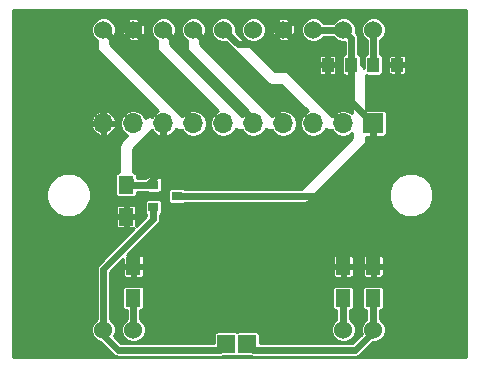
<source format=gbr>
G04 #@! TF.FileFunction,Copper,L1,Top,Signal*
%FSLAX46Y46*%
G04 Gerber Fmt 4.6, Leading zero omitted, Abs format (unit mm)*
G04 Created by KiCad (PCBNEW 4.0.7) date 01/27/18 18:52:57*
%MOMM*%
%LPD*%
G01*
G04 APERTURE LIST*
%ADD10C,0.076200*%
%ADD11C,1.524000*%
%ADD12R,1.000000X1.250000*%
%ADD13R,1.524000X1.524000*%
%ADD14R,1.300000X1.500000*%
%ADD15R,1.700000X1.700000*%
%ADD16O,1.700000X1.700000*%
%ADD17R,0.900000X0.800000*%
%ADD18C,0.609600*%
%ADD19C,0.304800*%
%ADD20C,0.254000*%
G04 APERTURE END LIST*
D10*
D11*
X139970000Y-116400000D03*
X162830000Y-91000000D03*
X160290000Y-91000000D03*
X157750000Y-91000000D03*
X155210000Y-91000000D03*
X152670000Y-91000000D03*
X150130000Y-91000000D03*
X147590000Y-91000000D03*
X145050000Y-91000000D03*
X142510000Y-91000000D03*
X139970000Y-91000000D03*
X142510000Y-116400000D03*
X160290000Y-116400000D03*
X162830000Y-116400000D03*
D12*
X160969200Y-93992700D03*
X158969200Y-93992700D03*
X162830000Y-93980000D03*
X164830000Y-93980000D03*
D13*
X150368000Y-117602000D03*
X152146000Y-117602000D03*
D14*
X141884400Y-106823500D03*
X141884400Y-104123500D03*
X162814000Y-111019600D03*
X162814000Y-113719600D03*
X142506700Y-111032300D03*
X142506700Y-113732300D03*
D15*
X162814000Y-98933000D03*
D16*
X160274000Y-98933000D03*
X157734000Y-98933000D03*
X155194000Y-98933000D03*
X152654000Y-98933000D03*
X150114000Y-98933000D03*
X147574000Y-98933000D03*
X145034000Y-98933000D03*
X142494000Y-98933000D03*
X139954000Y-98933000D03*
D17*
X144186400Y-104117100D03*
X144186400Y-106017100D03*
X146186400Y-105067100D03*
D14*
X160274000Y-111032300D03*
X160274000Y-113732300D03*
D18*
X162814000Y-98933000D02*
X162814000Y-100392600D01*
X162814000Y-100392600D02*
X158139500Y-105067100D01*
X147246000Y-105067100D02*
X146186400Y-105067100D01*
X158139500Y-105067100D02*
X147246000Y-105067100D01*
X160969200Y-93992700D02*
X160969200Y-97088200D01*
X160969200Y-97088200D02*
X162814000Y-98933000D01*
X160969200Y-93992700D02*
X160969200Y-91679200D01*
X160969200Y-91679200D02*
X160290000Y-91000000D01*
X157500000Y-91250000D02*
X157750000Y-91000000D01*
X160290000Y-91000000D02*
X157750000Y-91000000D01*
D19*
X160290000Y-91000000D02*
X160000000Y-91290000D01*
D18*
X162830000Y-93980000D02*
X162830000Y-91000000D01*
D19*
X162830000Y-93830000D02*
X163000000Y-94000000D01*
D18*
X150130000Y-91000000D02*
X151349201Y-92219201D01*
X151349201Y-92219201D02*
X153560201Y-92219201D01*
X153560201Y-92219201D02*
X159424001Y-98083001D01*
X159424001Y-98083001D02*
X160274000Y-98933000D01*
D19*
X150130000Y-91000000D02*
X150130000Y-91630000D01*
D18*
X147590000Y-91000000D02*
X155194000Y-98604000D01*
X155194000Y-98604000D02*
X155194000Y-98933000D01*
X145050000Y-91000000D02*
X152654000Y-98604000D01*
X152654000Y-98604000D02*
X152654000Y-98933000D01*
X139970000Y-91000000D02*
X147574000Y-98604000D01*
X147574000Y-98604000D02*
X147574000Y-98933000D01*
D19*
X139970000Y-91000000D02*
X140000000Y-91000000D01*
D18*
X162814000Y-113719600D02*
X162814000Y-116384000D01*
X162814000Y-116384000D02*
X162830000Y-116400000D01*
X162830000Y-116570000D02*
X161290000Y-118110000D01*
X162830000Y-116400000D02*
X162830000Y-116570000D01*
X161290000Y-118110000D02*
X152654000Y-118110000D01*
X152654000Y-118110000D02*
X152146000Y-117602000D01*
X144186400Y-106017100D02*
X144186400Y-107026700D01*
X144186400Y-107026700D02*
X139970000Y-111243100D01*
X139970000Y-111243100D02*
X139970000Y-115322370D01*
X139970000Y-115322370D02*
X139970000Y-116400000D01*
X139970000Y-116400000D02*
X139970000Y-116856000D01*
X139970000Y-116856000D02*
X141224000Y-118110000D01*
X141224000Y-118110000D02*
X149860000Y-118110000D01*
X149860000Y-118110000D02*
X150368000Y-117602000D01*
X141884400Y-104123500D02*
X143675100Y-104123500D01*
X143675100Y-104123500D02*
X144180000Y-104123500D01*
X145034000Y-98933000D02*
X145034000Y-102764600D01*
X145034000Y-102764600D02*
X143675100Y-104123500D01*
X144186400Y-104117100D02*
X144236400Y-104117100D01*
X144180000Y-104123500D02*
X144186400Y-104117100D01*
X142252700Y-103755200D02*
X141884400Y-104123500D01*
X142506700Y-113732300D02*
X142506700Y-116396700D01*
X142506700Y-116396700D02*
X142510000Y-116400000D01*
X160274000Y-113732300D02*
X160274000Y-116384000D01*
X160274000Y-116384000D02*
X160290000Y-116400000D01*
D20*
G36*
X170696400Y-118696400D02*
X132303600Y-118696400D01*
X132303600Y-116606238D01*
X138928420Y-116606238D01*
X139086629Y-116989135D01*
X139379324Y-117282341D01*
X139705666Y-117417850D01*
X140810908Y-118523092D01*
X141000436Y-118649730D01*
X141224000Y-118694200D01*
X149860000Y-118694200D01*
X150083564Y-118649730D01*
X150084847Y-118648873D01*
X151130000Y-118648873D01*
X151233539Y-118629391D01*
X151256180Y-118614822D01*
X151273168Y-118626429D01*
X151384000Y-118648873D01*
X152429153Y-118648873D01*
X152430436Y-118649730D01*
X152654000Y-118694200D01*
X161290000Y-118694200D01*
X161513564Y-118649730D01*
X161703092Y-118523092D01*
X162784823Y-117441361D01*
X163036238Y-117441580D01*
X163419135Y-117283371D01*
X163712341Y-116990676D01*
X163871219Y-116608056D01*
X163871580Y-116193762D01*
X163713371Y-115810865D01*
X163420676Y-115517659D01*
X163398200Y-115508326D01*
X163398200Y-114754473D01*
X163464000Y-114754473D01*
X163567539Y-114734991D01*
X163662634Y-114673799D01*
X163726429Y-114580432D01*
X163748873Y-114469600D01*
X163748873Y-112969600D01*
X163729391Y-112866061D01*
X163668199Y-112770966D01*
X163574832Y-112707171D01*
X163464000Y-112684727D01*
X162164000Y-112684727D01*
X162060461Y-112704209D01*
X161965366Y-112765401D01*
X161901571Y-112858768D01*
X161879127Y-112969600D01*
X161879127Y-114469600D01*
X161898609Y-114573139D01*
X161959801Y-114668234D01*
X162053168Y-114732029D01*
X162164000Y-114754473D01*
X162229800Y-114754473D01*
X162229800Y-115527675D01*
X161947659Y-115809324D01*
X161788781Y-116191944D01*
X161788420Y-116606238D01*
X161840802Y-116733014D01*
X161048016Y-117525800D01*
X153192873Y-117525800D01*
X153192873Y-116840000D01*
X153173391Y-116736461D01*
X153112199Y-116641366D01*
X153060788Y-116606238D01*
X159248420Y-116606238D01*
X159406629Y-116989135D01*
X159699324Y-117282341D01*
X160081944Y-117441219D01*
X160496238Y-117441580D01*
X160879135Y-117283371D01*
X161172341Y-116990676D01*
X161331219Y-116608056D01*
X161331580Y-116193762D01*
X161173371Y-115810865D01*
X160880676Y-115517659D01*
X160858200Y-115508326D01*
X160858200Y-114767173D01*
X160924000Y-114767173D01*
X161027539Y-114747691D01*
X161122634Y-114686499D01*
X161186429Y-114593132D01*
X161208873Y-114482300D01*
X161208873Y-112982300D01*
X161189391Y-112878761D01*
X161128199Y-112783666D01*
X161034832Y-112719871D01*
X160924000Y-112697427D01*
X159624000Y-112697427D01*
X159520461Y-112716909D01*
X159425366Y-112778101D01*
X159361571Y-112871468D01*
X159339127Y-112982300D01*
X159339127Y-114482300D01*
X159358609Y-114585839D01*
X159419801Y-114680934D01*
X159513168Y-114744729D01*
X159624000Y-114767173D01*
X159689800Y-114767173D01*
X159689800Y-115527675D01*
X159407659Y-115809324D01*
X159248781Y-116191944D01*
X159248420Y-116606238D01*
X153060788Y-116606238D01*
X153018832Y-116577571D01*
X152908000Y-116555127D01*
X151384000Y-116555127D01*
X151280461Y-116574609D01*
X151257820Y-116589178D01*
X151240832Y-116577571D01*
X151130000Y-116555127D01*
X149606000Y-116555127D01*
X149502461Y-116574609D01*
X149407366Y-116635801D01*
X149343571Y-116729168D01*
X149321127Y-116840000D01*
X149321127Y-117525800D01*
X141465984Y-117525800D01*
X140875379Y-116935195D01*
X141011219Y-116608056D01*
X141011220Y-116606238D01*
X141468420Y-116606238D01*
X141626629Y-116989135D01*
X141919324Y-117282341D01*
X142301944Y-117441219D01*
X142716238Y-117441580D01*
X143099135Y-117283371D01*
X143392341Y-116990676D01*
X143551219Y-116608056D01*
X143551580Y-116193762D01*
X143393371Y-115810865D01*
X143100676Y-115517659D01*
X143090900Y-115513600D01*
X143090900Y-114767173D01*
X143156700Y-114767173D01*
X143260239Y-114747691D01*
X143355334Y-114686499D01*
X143419129Y-114593132D01*
X143441573Y-114482300D01*
X143441573Y-112982300D01*
X143422091Y-112878761D01*
X143360899Y-112783666D01*
X143267532Y-112719871D01*
X143156700Y-112697427D01*
X141856700Y-112697427D01*
X141753161Y-112716909D01*
X141658066Y-112778101D01*
X141594271Y-112871468D01*
X141571827Y-112982300D01*
X141571827Y-114482300D01*
X141591309Y-114585839D01*
X141652501Y-114680934D01*
X141745868Y-114744729D01*
X141856700Y-114767173D01*
X141922500Y-114767173D01*
X141922500Y-115515953D01*
X141920865Y-115516629D01*
X141627659Y-115809324D01*
X141468781Y-116191944D01*
X141468420Y-116606238D01*
X141011220Y-116606238D01*
X141011580Y-116193762D01*
X140853371Y-115810865D01*
X140560676Y-115517659D01*
X140554200Y-115514970D01*
X140554200Y-111485084D01*
X140822834Y-111216450D01*
X141628100Y-111216450D01*
X141628100Y-111827771D01*
X141662902Y-111911791D01*
X141727208Y-111976097D01*
X141811228Y-112010900D01*
X142322550Y-112010900D01*
X142379700Y-111953750D01*
X142379700Y-111159300D01*
X142633700Y-111159300D01*
X142633700Y-111953750D01*
X142690850Y-112010900D01*
X143202172Y-112010900D01*
X143286192Y-111976097D01*
X143350498Y-111911791D01*
X143385300Y-111827771D01*
X143385300Y-111216450D01*
X159395400Y-111216450D01*
X159395400Y-111827771D01*
X159430202Y-111911791D01*
X159494508Y-111976097D01*
X159578528Y-112010900D01*
X160089850Y-112010900D01*
X160147000Y-111953750D01*
X160147000Y-111159300D01*
X160401000Y-111159300D01*
X160401000Y-111953750D01*
X160458150Y-112010900D01*
X160969472Y-112010900D01*
X161053492Y-111976097D01*
X161117798Y-111911791D01*
X161152600Y-111827771D01*
X161152600Y-111216450D01*
X161139900Y-111203750D01*
X161935400Y-111203750D01*
X161935400Y-111815071D01*
X161970202Y-111899091D01*
X162034508Y-111963397D01*
X162118528Y-111998200D01*
X162629850Y-111998200D01*
X162687000Y-111941050D01*
X162687000Y-111146600D01*
X162941000Y-111146600D01*
X162941000Y-111941050D01*
X162998150Y-111998200D01*
X163509472Y-111998200D01*
X163593492Y-111963397D01*
X163657798Y-111899091D01*
X163692600Y-111815071D01*
X163692600Y-111203750D01*
X163635450Y-111146600D01*
X162941000Y-111146600D01*
X162687000Y-111146600D01*
X161992550Y-111146600D01*
X161935400Y-111203750D01*
X161139900Y-111203750D01*
X161095450Y-111159300D01*
X160401000Y-111159300D01*
X160147000Y-111159300D01*
X159452550Y-111159300D01*
X159395400Y-111216450D01*
X143385300Y-111216450D01*
X143328150Y-111159300D01*
X142633700Y-111159300D01*
X142379700Y-111159300D01*
X141685250Y-111159300D01*
X141628100Y-111216450D01*
X140822834Y-111216450D01*
X141628100Y-110411184D01*
X141628100Y-110848150D01*
X141685250Y-110905300D01*
X142379700Y-110905300D01*
X142379700Y-110110850D01*
X142633700Y-110110850D01*
X142633700Y-110905300D01*
X143328150Y-110905300D01*
X143385300Y-110848150D01*
X143385300Y-110236829D01*
X159395400Y-110236829D01*
X159395400Y-110848150D01*
X159452550Y-110905300D01*
X160147000Y-110905300D01*
X160147000Y-110110850D01*
X160401000Y-110110850D01*
X160401000Y-110905300D01*
X161095450Y-110905300D01*
X161152600Y-110848150D01*
X161152600Y-110236829D01*
X161147340Y-110224129D01*
X161935400Y-110224129D01*
X161935400Y-110835450D01*
X161992550Y-110892600D01*
X162687000Y-110892600D01*
X162687000Y-110098150D01*
X162941000Y-110098150D01*
X162941000Y-110892600D01*
X163635450Y-110892600D01*
X163692600Y-110835450D01*
X163692600Y-110224129D01*
X163657798Y-110140109D01*
X163593492Y-110075803D01*
X163509472Y-110041000D01*
X162998150Y-110041000D01*
X162941000Y-110098150D01*
X162687000Y-110098150D01*
X162629850Y-110041000D01*
X162118528Y-110041000D01*
X162034508Y-110075803D01*
X161970202Y-110140109D01*
X161935400Y-110224129D01*
X161147340Y-110224129D01*
X161117798Y-110152809D01*
X161053492Y-110088503D01*
X160969472Y-110053700D01*
X160458150Y-110053700D01*
X160401000Y-110110850D01*
X160147000Y-110110850D01*
X160089850Y-110053700D01*
X159578528Y-110053700D01*
X159494508Y-110088503D01*
X159430202Y-110152809D01*
X159395400Y-110236829D01*
X143385300Y-110236829D01*
X143350498Y-110152809D01*
X143286192Y-110088503D01*
X143202172Y-110053700D01*
X142690850Y-110053700D01*
X142633700Y-110110850D01*
X142379700Y-110110850D01*
X142322550Y-110053700D01*
X141985584Y-110053700D01*
X144599492Y-107439792D01*
X144726130Y-107250264D01*
X144770600Y-107026700D01*
X144770600Y-106662761D01*
X144835034Y-106621299D01*
X144898829Y-106527932D01*
X144921273Y-106417100D01*
X144921273Y-105617100D01*
X144901791Y-105513561D01*
X144840599Y-105418466D01*
X144747232Y-105354671D01*
X144636400Y-105332227D01*
X143736400Y-105332227D01*
X143632861Y-105351709D01*
X143537766Y-105412901D01*
X143473971Y-105506268D01*
X143451527Y-105617100D01*
X143451527Y-106417100D01*
X143471009Y-106520639D01*
X143532201Y-106615734D01*
X143602200Y-106663562D01*
X143602200Y-106784716D01*
X142759503Y-107627413D01*
X142763000Y-107618971D01*
X142763000Y-107007650D01*
X142705850Y-106950500D01*
X142011400Y-106950500D01*
X142011400Y-107744950D01*
X142068550Y-107802100D01*
X142579872Y-107802100D01*
X142588312Y-107798604D01*
X139556908Y-110830008D01*
X139430270Y-111019536D01*
X139385800Y-111243100D01*
X139385800Y-115514590D01*
X139380865Y-115516629D01*
X139087659Y-115809324D01*
X138928781Y-116191944D01*
X138928420Y-116606238D01*
X132303600Y-116606238D01*
X132303600Y-107007650D01*
X141005800Y-107007650D01*
X141005800Y-107618971D01*
X141040602Y-107702991D01*
X141104908Y-107767297D01*
X141188928Y-107802100D01*
X141700250Y-107802100D01*
X141757400Y-107744950D01*
X141757400Y-106950500D01*
X141062950Y-106950500D01*
X141005800Y-107007650D01*
X132303600Y-107007650D01*
X132303600Y-105372196D01*
X135120274Y-105372196D01*
X135405793Y-106063204D01*
X135934015Y-106592349D01*
X136624524Y-106879073D01*
X137372196Y-106879726D01*
X138063204Y-106594207D01*
X138592349Y-106065985D01*
X138608109Y-106028029D01*
X141005800Y-106028029D01*
X141005800Y-106639350D01*
X141062950Y-106696500D01*
X141757400Y-106696500D01*
X141757400Y-105902050D01*
X142011400Y-105902050D01*
X142011400Y-106696500D01*
X142705850Y-106696500D01*
X142763000Y-106639350D01*
X142763000Y-106028029D01*
X142728198Y-105944009D01*
X142663892Y-105879703D01*
X142579872Y-105844900D01*
X142068550Y-105844900D01*
X142011400Y-105902050D01*
X141757400Y-105902050D01*
X141700250Y-105844900D01*
X141188928Y-105844900D01*
X141104908Y-105879703D01*
X141040602Y-105944009D01*
X141005800Y-106028029D01*
X138608109Y-106028029D01*
X138879073Y-105375476D01*
X138879726Y-104627804D01*
X138594207Y-103936796D01*
X138065985Y-103407651D01*
X137375476Y-103120927D01*
X136627804Y-103120274D01*
X135936796Y-103405793D01*
X135407651Y-103934015D01*
X135120927Y-104624524D01*
X135120274Y-105372196D01*
X132303600Y-105372196D01*
X132303600Y-99225995D01*
X138915944Y-99225995D01*
X139107086Y-99600939D01*
X139427163Y-99874195D01*
X139661007Y-99971043D01*
X139827000Y-99946524D01*
X139827000Y-99060000D01*
X140081000Y-99060000D01*
X140081000Y-99946524D01*
X140246993Y-99971043D01*
X140480837Y-99874195D01*
X140800914Y-99600939D01*
X140992056Y-99225995D01*
X140967960Y-99060000D01*
X140081000Y-99060000D01*
X139827000Y-99060000D01*
X138940040Y-99060000D01*
X138915944Y-99225995D01*
X132303600Y-99225995D01*
X132303600Y-98640005D01*
X138915944Y-98640005D01*
X138940040Y-98806000D01*
X139827000Y-98806000D01*
X139827000Y-97919476D01*
X140081000Y-97919476D01*
X140081000Y-98806000D01*
X140967960Y-98806000D01*
X140992056Y-98640005D01*
X140800914Y-98265061D01*
X140480837Y-97991805D01*
X140246993Y-97894957D01*
X140081000Y-97919476D01*
X139827000Y-97919476D01*
X139661007Y-97894957D01*
X139427163Y-97991805D01*
X139107086Y-98265061D01*
X138915944Y-98640005D01*
X132303600Y-98640005D01*
X132303600Y-91206238D01*
X138928420Y-91206238D01*
X139086629Y-91589135D01*
X139379324Y-91882341D01*
X139385800Y-91885030D01*
X139385800Y-92497400D01*
X139430270Y-92720964D01*
X139556908Y-92910492D01*
X144549083Y-97902667D01*
X144235394Y-98112268D01*
X144058506Y-98376998D01*
X143852900Y-98336100D01*
X143629337Y-98380570D01*
X143520481Y-98453305D01*
X143292606Y-98112268D01*
X142926203Y-97867444D01*
X142494000Y-97781474D01*
X142061797Y-97867444D01*
X141695394Y-98112268D01*
X141450570Y-98478671D01*
X141364600Y-98910874D01*
X141364600Y-98955126D01*
X141450570Y-99387329D01*
X141695394Y-99753732D01*
X141993857Y-99953159D01*
X141471308Y-100475708D01*
X141344670Y-100665236D01*
X141300200Y-100888800D01*
X141300200Y-103088627D01*
X141234400Y-103088627D01*
X141130861Y-103108109D01*
X141035766Y-103169301D01*
X140971971Y-103262668D01*
X140949527Y-103373500D01*
X140949527Y-104873500D01*
X140969009Y-104977039D01*
X141030201Y-105072134D01*
X141123568Y-105135929D01*
X141234400Y-105158373D01*
X142534400Y-105158373D01*
X142637939Y-105138891D01*
X142733034Y-105077699D01*
X142796829Y-104984332D01*
X142819273Y-104873500D01*
X142819273Y-104707700D01*
X143527031Y-104707700D01*
X143532201Y-104715734D01*
X143625568Y-104779529D01*
X143736400Y-104801973D01*
X144636400Y-104801973D01*
X144739939Y-104782491D01*
X144835034Y-104721299D01*
X144872066Y-104667100D01*
X145451527Y-104667100D01*
X145451527Y-105467100D01*
X145471009Y-105570639D01*
X145532201Y-105665734D01*
X145625568Y-105729529D01*
X145736400Y-105751973D01*
X146636400Y-105751973D01*
X146739939Y-105732491D01*
X146835034Y-105671299D01*
X146848699Y-105651300D01*
X156945700Y-105651300D01*
X157169264Y-105606830D01*
X157358792Y-105480192D01*
X157466788Y-105372196D01*
X164120274Y-105372196D01*
X164405793Y-106063204D01*
X164934015Y-106592349D01*
X165624524Y-106879073D01*
X166372196Y-106879726D01*
X167063204Y-106594207D01*
X167592349Y-106065985D01*
X167879073Y-105375476D01*
X167879726Y-104627804D01*
X167594207Y-103936796D01*
X167065985Y-103407651D01*
X166375476Y-103120927D01*
X165627804Y-103120274D01*
X164936796Y-103405793D01*
X164407651Y-103934015D01*
X164120927Y-104624524D01*
X164120274Y-105372196D01*
X157466788Y-105372196D01*
X162045992Y-100792992D01*
X162172630Y-100603464D01*
X162217100Y-100379900D01*
X162217100Y-100067873D01*
X163664000Y-100067873D01*
X163767539Y-100048391D01*
X163862634Y-99987199D01*
X163926429Y-99893832D01*
X163948873Y-99783000D01*
X163948873Y-98083000D01*
X163929391Y-97979461D01*
X163868199Y-97884366D01*
X163774832Y-97820571D01*
X163664000Y-97798127D01*
X162217100Y-97798127D01*
X162217100Y-94866016D01*
X162219168Y-94867429D01*
X162330000Y-94889873D01*
X163330000Y-94889873D01*
X163433539Y-94870391D01*
X163528634Y-94809199D01*
X163592429Y-94715832D01*
X163614873Y-94605000D01*
X163614873Y-94164150D01*
X164101400Y-94164150D01*
X164101400Y-94650472D01*
X164136203Y-94734492D01*
X164200509Y-94798798D01*
X164284529Y-94833600D01*
X164645850Y-94833600D01*
X164703000Y-94776450D01*
X164703000Y-94107000D01*
X164957000Y-94107000D01*
X164957000Y-94776450D01*
X165014150Y-94833600D01*
X165375471Y-94833600D01*
X165459491Y-94798798D01*
X165523797Y-94734492D01*
X165558600Y-94650472D01*
X165558600Y-94164150D01*
X165501450Y-94107000D01*
X164957000Y-94107000D01*
X164703000Y-94107000D01*
X164158550Y-94107000D01*
X164101400Y-94164150D01*
X163614873Y-94164150D01*
X163614873Y-93355000D01*
X163606317Y-93309528D01*
X164101400Y-93309528D01*
X164101400Y-93795850D01*
X164158550Y-93853000D01*
X164703000Y-93853000D01*
X164703000Y-93183550D01*
X164957000Y-93183550D01*
X164957000Y-93853000D01*
X165501450Y-93853000D01*
X165558600Y-93795850D01*
X165558600Y-93309528D01*
X165523797Y-93225508D01*
X165459491Y-93161202D01*
X165375471Y-93126400D01*
X165014150Y-93126400D01*
X164957000Y-93183550D01*
X164703000Y-93183550D01*
X164645850Y-93126400D01*
X164284529Y-93126400D01*
X164200509Y-93161202D01*
X164136203Y-93225508D01*
X164101400Y-93309528D01*
X163606317Y-93309528D01*
X163595391Y-93251461D01*
X163534199Y-93156366D01*
X163440832Y-93092571D01*
X163414200Y-93087178D01*
X163414200Y-91885410D01*
X163419135Y-91883371D01*
X163712341Y-91590676D01*
X163871219Y-91208056D01*
X163871580Y-90793762D01*
X163713371Y-90410865D01*
X163420676Y-90117659D01*
X163038056Y-89958781D01*
X162623762Y-89958420D01*
X162240865Y-90116629D01*
X161947659Y-90409324D01*
X161788781Y-90791944D01*
X161788420Y-91206238D01*
X161946629Y-91589135D01*
X162239324Y-91882341D01*
X162245800Y-91885030D01*
X162245800Y-93085970D01*
X162226461Y-93089609D01*
X162131366Y-93150801D01*
X162067571Y-93244168D01*
X162045127Y-93355000D01*
X162045127Y-94242444D01*
X161754073Y-93951390D01*
X161754073Y-93367700D01*
X161734591Y-93264161D01*
X161673399Y-93169066D01*
X161580032Y-93105271D01*
X161553400Y-93099878D01*
X161553400Y-91679200D01*
X161508930Y-91455636D01*
X161382292Y-91266108D01*
X161329171Y-91212987D01*
X161331219Y-91208056D01*
X161331580Y-90793762D01*
X161173371Y-90410865D01*
X160880676Y-90117659D01*
X160498056Y-89958781D01*
X160083762Y-89958420D01*
X159700865Y-90116629D01*
X159407659Y-90409324D01*
X159404970Y-90415800D01*
X158635410Y-90415800D01*
X158633371Y-90410865D01*
X158340676Y-90117659D01*
X157958056Y-89958781D01*
X157543762Y-89958420D01*
X157160865Y-90116629D01*
X156867659Y-90409324D01*
X156708781Y-90791944D01*
X156708420Y-91206238D01*
X156866629Y-91589135D01*
X157159324Y-91882341D01*
X157541944Y-92041219D01*
X157956238Y-92041580D01*
X158339135Y-91883371D01*
X158632341Y-91590676D01*
X158635030Y-91584200D01*
X159404590Y-91584200D01*
X159406629Y-91589135D01*
X159699324Y-91882341D01*
X160081944Y-92041219D01*
X160385000Y-92041483D01*
X160385000Y-93098670D01*
X160365661Y-93102309D01*
X160270566Y-93163501D01*
X160206771Y-93256868D01*
X160184327Y-93367700D01*
X160184327Y-94617700D01*
X160203809Y-94721239D01*
X160265001Y-94816334D01*
X160358368Y-94880129D01*
X160469200Y-94902573D01*
X161048700Y-94902573D01*
X161048700Y-98096294D01*
X160706203Y-97867444D01*
X160274000Y-97781474D01*
X159841797Y-97867444D01*
X159475394Y-98112268D01*
X159329459Y-98330675D01*
X158655993Y-97657209D01*
X158655990Y-97657207D01*
X155667893Y-94669109D01*
X155659008Y-94663172D01*
X155478365Y-94542471D01*
X155254801Y-94498001D01*
X154454185Y-94498001D01*
X154133034Y-94176850D01*
X158240600Y-94176850D01*
X158240600Y-94663172D01*
X158275403Y-94747192D01*
X158339709Y-94811498D01*
X158423729Y-94846300D01*
X158785050Y-94846300D01*
X158842200Y-94789150D01*
X158842200Y-94119700D01*
X159096200Y-94119700D01*
X159096200Y-94789150D01*
X159153350Y-94846300D01*
X159514671Y-94846300D01*
X159598691Y-94811498D01*
X159662997Y-94747192D01*
X159697800Y-94663172D01*
X159697800Y-94176850D01*
X159640650Y-94119700D01*
X159096200Y-94119700D01*
X158842200Y-94119700D01*
X158297750Y-94119700D01*
X158240600Y-94176850D01*
X154133034Y-94176850D01*
X153278412Y-93322228D01*
X158240600Y-93322228D01*
X158240600Y-93808550D01*
X158297750Y-93865700D01*
X158842200Y-93865700D01*
X158842200Y-93196250D01*
X159096200Y-93196250D01*
X159096200Y-93865700D01*
X159640650Y-93865700D01*
X159697800Y-93808550D01*
X159697800Y-93322228D01*
X159662997Y-93238208D01*
X159598691Y-93173902D01*
X159514671Y-93139100D01*
X159153350Y-93139100D01*
X159096200Y-93196250D01*
X158842200Y-93196250D01*
X158785050Y-93139100D01*
X158423729Y-93139100D01*
X158339709Y-93173902D01*
X158275403Y-93238208D01*
X158240600Y-93322228D01*
X153278412Y-93322228D01*
X151169171Y-91212987D01*
X151171219Y-91208056D01*
X151171220Y-91206238D01*
X151628420Y-91206238D01*
X151786629Y-91589135D01*
X152079324Y-91882341D01*
X152461944Y-92041219D01*
X152876238Y-92041580D01*
X153259135Y-91883371D01*
X153385162Y-91757563D01*
X154632042Y-91757563D01*
X154723789Y-91885276D01*
X155099580Y-92003954D01*
X155492182Y-91969788D01*
X155696211Y-91885276D01*
X155787958Y-91757563D01*
X155210000Y-91179605D01*
X154632042Y-91757563D01*
X153385162Y-91757563D01*
X153552341Y-91590676D01*
X153711219Y-91208056D01*
X153711496Y-90889580D01*
X154206046Y-90889580D01*
X154240212Y-91282182D01*
X154324724Y-91486211D01*
X154452437Y-91577958D01*
X155030395Y-91000000D01*
X155389605Y-91000000D01*
X155967563Y-91577958D01*
X156095276Y-91486211D01*
X156213954Y-91110420D01*
X156179788Y-90717818D01*
X156095276Y-90513789D01*
X155967563Y-90422042D01*
X155389605Y-91000000D01*
X155030395Y-91000000D01*
X154452437Y-90422042D01*
X154324724Y-90513789D01*
X154206046Y-90889580D01*
X153711496Y-90889580D01*
X153711580Y-90793762D01*
X153553371Y-90410865D01*
X153385237Y-90242437D01*
X154632042Y-90242437D01*
X155210000Y-90820395D01*
X155787958Y-90242437D01*
X155696211Y-90114724D01*
X155320420Y-89996046D01*
X154927818Y-90030212D01*
X154723789Y-90114724D01*
X154632042Y-90242437D01*
X153385237Y-90242437D01*
X153260676Y-90117659D01*
X152878056Y-89958781D01*
X152463762Y-89958420D01*
X152080865Y-90116629D01*
X151787659Y-90409324D01*
X151628781Y-90791944D01*
X151628420Y-91206238D01*
X151171220Y-91206238D01*
X151171580Y-90793762D01*
X151013371Y-90410865D01*
X150720676Y-90117659D01*
X150338056Y-89958781D01*
X149923762Y-89958420D01*
X149540865Y-90116629D01*
X149247659Y-90409324D01*
X149088781Y-90791944D01*
X149088420Y-91206238D01*
X149246629Y-91589135D01*
X149539324Y-91882341D01*
X149921944Y-92041219D01*
X150026993Y-92041311D01*
X150130000Y-92061800D01*
X150232109Y-92041489D01*
X150336238Y-92041580D01*
X150342718Y-92038902D01*
X153799109Y-95495293D01*
X153988637Y-95621931D01*
X154212201Y-95666401D01*
X155012817Y-95666401D01*
X157249083Y-97902666D01*
X156935394Y-98112268D01*
X156690570Y-98478671D01*
X156604600Y-98910874D01*
X156604600Y-98955126D01*
X156690570Y-99387329D01*
X156935394Y-99753732D01*
X157301797Y-99998556D01*
X157734000Y-100084526D01*
X158166203Y-99998556D01*
X158532606Y-99753732D01*
X158772214Y-99395135D01*
X158869337Y-99460030D01*
X159092900Y-99504500D01*
X159283525Y-99466582D01*
X159475394Y-99753732D01*
X159841797Y-99998556D01*
X160274000Y-100084526D01*
X160706203Y-99998556D01*
X161048700Y-99769706D01*
X161048700Y-100137916D01*
X156703716Y-104482900D01*
X146849887Y-104482900D01*
X146840599Y-104468466D01*
X146747232Y-104404671D01*
X146636400Y-104382227D01*
X145736400Y-104382227D01*
X145632861Y-104401709D01*
X145537766Y-104462901D01*
X145473971Y-104556268D01*
X145451527Y-104667100D01*
X144872066Y-104667100D01*
X144898829Y-104627932D01*
X144921273Y-104517100D01*
X144921273Y-103717100D01*
X144901791Y-103613561D01*
X144840599Y-103518466D01*
X144747232Y-103454671D01*
X144636400Y-103432227D01*
X143736400Y-103432227D01*
X143632861Y-103451709D01*
X143537766Y-103512901D01*
X143519728Y-103539300D01*
X142819273Y-103539300D01*
X142819273Y-103373500D01*
X142799791Y-103269961D01*
X142738599Y-103174866D01*
X142645232Y-103111071D01*
X142534400Y-103088627D01*
X142468600Y-103088627D01*
X142468600Y-101130784D01*
X144079285Y-99520099D01*
X144235394Y-99753732D01*
X144601797Y-99998556D01*
X145034000Y-100084526D01*
X145466203Y-99998556D01*
X145832606Y-99753732D01*
X146072214Y-99395135D01*
X146169337Y-99460030D01*
X146392900Y-99504500D01*
X146583525Y-99466582D01*
X146775394Y-99753732D01*
X147141797Y-99998556D01*
X147574000Y-100084526D01*
X148006203Y-99998556D01*
X148372606Y-99753732D01*
X148617430Y-99387329D01*
X148703400Y-98955126D01*
X148703400Y-98910874D01*
X148617430Y-98478671D01*
X148372606Y-98112268D01*
X148006203Y-97867444D01*
X147574000Y-97781474D01*
X147141797Y-97867444D01*
X146775394Y-98112268D01*
X146629459Y-98330675D01*
X140554200Y-92255416D01*
X140554200Y-91885410D01*
X140559135Y-91883371D01*
X140685162Y-91757563D01*
X141932042Y-91757563D01*
X142023789Y-91885276D01*
X142399580Y-92003954D01*
X142792182Y-91969788D01*
X142996211Y-91885276D01*
X143087958Y-91757563D01*
X142510000Y-91179605D01*
X141932042Y-91757563D01*
X140685162Y-91757563D01*
X140852341Y-91590676D01*
X141011219Y-91208056D01*
X141011496Y-90889580D01*
X141506046Y-90889580D01*
X141540212Y-91282182D01*
X141624724Y-91486211D01*
X141752437Y-91577958D01*
X142330395Y-91000000D01*
X142689605Y-91000000D01*
X143267563Y-91577958D01*
X143395276Y-91486211D01*
X143483693Y-91206238D01*
X144008420Y-91206238D01*
X144166629Y-91589135D01*
X144459324Y-91882341D01*
X144465800Y-91885030D01*
X144465800Y-92497400D01*
X144510270Y-92720964D01*
X144636908Y-92910492D01*
X149629083Y-97902667D01*
X149315394Y-98112268D01*
X149070570Y-98478671D01*
X148984600Y-98910874D01*
X148984600Y-98955126D01*
X149070570Y-99387329D01*
X149315394Y-99753732D01*
X149681797Y-99998556D01*
X150114000Y-100084526D01*
X150546203Y-99998556D01*
X150912606Y-99753732D01*
X151152214Y-99395135D01*
X151249337Y-99460030D01*
X151472900Y-99504500D01*
X151663525Y-99466582D01*
X151855394Y-99753732D01*
X152221797Y-99998556D01*
X152654000Y-100084526D01*
X153086203Y-99998556D01*
X153452606Y-99753732D01*
X153692214Y-99395135D01*
X153789337Y-99460030D01*
X154012900Y-99504500D01*
X154203525Y-99466582D01*
X154395394Y-99753732D01*
X154761797Y-99998556D01*
X155194000Y-100084526D01*
X155626203Y-99998556D01*
X155992606Y-99753732D01*
X156237430Y-99387329D01*
X156323400Y-98955126D01*
X156323400Y-98910874D01*
X156237430Y-98478671D01*
X155992606Y-98112268D01*
X155626203Y-97867444D01*
X155194000Y-97781474D01*
X154761797Y-97867444D01*
X154395394Y-98112268D01*
X154249459Y-98330675D01*
X148174200Y-92255416D01*
X148174200Y-91885410D01*
X148179135Y-91883371D01*
X148472341Y-91590676D01*
X148631219Y-91208056D01*
X148631580Y-90793762D01*
X148473371Y-90410865D01*
X148180676Y-90117659D01*
X147798056Y-89958781D01*
X147383762Y-89958420D01*
X147000865Y-90116629D01*
X146707659Y-90409324D01*
X146548781Y-90791944D01*
X146548420Y-91206238D01*
X146706629Y-91589135D01*
X146999324Y-91882341D01*
X147005800Y-91885030D01*
X147005800Y-92497400D01*
X147050270Y-92720964D01*
X147176908Y-92910492D01*
X152169083Y-97902667D01*
X151855394Y-98112268D01*
X151709459Y-98330675D01*
X145634200Y-92255416D01*
X145634200Y-91885410D01*
X145639135Y-91883371D01*
X145932341Y-91590676D01*
X146091219Y-91208056D01*
X146091580Y-90793762D01*
X145933371Y-90410865D01*
X145640676Y-90117659D01*
X145258056Y-89958781D01*
X144843762Y-89958420D01*
X144460865Y-90116629D01*
X144167659Y-90409324D01*
X144008781Y-90791944D01*
X144008420Y-91206238D01*
X143483693Y-91206238D01*
X143513954Y-91110420D01*
X143479788Y-90717818D01*
X143395276Y-90513789D01*
X143267563Y-90422042D01*
X142689605Y-91000000D01*
X142330395Y-91000000D01*
X141752437Y-90422042D01*
X141624724Y-90513789D01*
X141506046Y-90889580D01*
X141011496Y-90889580D01*
X141011580Y-90793762D01*
X140853371Y-90410865D01*
X140685237Y-90242437D01*
X141932042Y-90242437D01*
X142510000Y-90820395D01*
X143087958Y-90242437D01*
X142996211Y-90114724D01*
X142620420Y-89996046D01*
X142227818Y-90030212D01*
X142023789Y-90114724D01*
X141932042Y-90242437D01*
X140685237Y-90242437D01*
X140560676Y-90117659D01*
X140178056Y-89958781D01*
X139763762Y-89958420D01*
X139380865Y-90116629D01*
X139087659Y-90409324D01*
X138928781Y-90791944D01*
X138928420Y-91206238D01*
X132303600Y-91206238D01*
X132303600Y-89303600D01*
X170696400Y-89303600D01*
X170696400Y-118696400D01*
X170696400Y-118696400D01*
G37*
X170696400Y-118696400D02*
X132303600Y-118696400D01*
X132303600Y-116606238D01*
X138928420Y-116606238D01*
X139086629Y-116989135D01*
X139379324Y-117282341D01*
X139705666Y-117417850D01*
X140810908Y-118523092D01*
X141000436Y-118649730D01*
X141224000Y-118694200D01*
X149860000Y-118694200D01*
X150083564Y-118649730D01*
X150084847Y-118648873D01*
X151130000Y-118648873D01*
X151233539Y-118629391D01*
X151256180Y-118614822D01*
X151273168Y-118626429D01*
X151384000Y-118648873D01*
X152429153Y-118648873D01*
X152430436Y-118649730D01*
X152654000Y-118694200D01*
X161290000Y-118694200D01*
X161513564Y-118649730D01*
X161703092Y-118523092D01*
X162784823Y-117441361D01*
X163036238Y-117441580D01*
X163419135Y-117283371D01*
X163712341Y-116990676D01*
X163871219Y-116608056D01*
X163871580Y-116193762D01*
X163713371Y-115810865D01*
X163420676Y-115517659D01*
X163398200Y-115508326D01*
X163398200Y-114754473D01*
X163464000Y-114754473D01*
X163567539Y-114734991D01*
X163662634Y-114673799D01*
X163726429Y-114580432D01*
X163748873Y-114469600D01*
X163748873Y-112969600D01*
X163729391Y-112866061D01*
X163668199Y-112770966D01*
X163574832Y-112707171D01*
X163464000Y-112684727D01*
X162164000Y-112684727D01*
X162060461Y-112704209D01*
X161965366Y-112765401D01*
X161901571Y-112858768D01*
X161879127Y-112969600D01*
X161879127Y-114469600D01*
X161898609Y-114573139D01*
X161959801Y-114668234D01*
X162053168Y-114732029D01*
X162164000Y-114754473D01*
X162229800Y-114754473D01*
X162229800Y-115527675D01*
X161947659Y-115809324D01*
X161788781Y-116191944D01*
X161788420Y-116606238D01*
X161840802Y-116733014D01*
X161048016Y-117525800D01*
X153192873Y-117525800D01*
X153192873Y-116840000D01*
X153173391Y-116736461D01*
X153112199Y-116641366D01*
X153060788Y-116606238D01*
X159248420Y-116606238D01*
X159406629Y-116989135D01*
X159699324Y-117282341D01*
X160081944Y-117441219D01*
X160496238Y-117441580D01*
X160879135Y-117283371D01*
X161172341Y-116990676D01*
X161331219Y-116608056D01*
X161331580Y-116193762D01*
X161173371Y-115810865D01*
X160880676Y-115517659D01*
X160858200Y-115508326D01*
X160858200Y-114767173D01*
X160924000Y-114767173D01*
X161027539Y-114747691D01*
X161122634Y-114686499D01*
X161186429Y-114593132D01*
X161208873Y-114482300D01*
X161208873Y-112982300D01*
X161189391Y-112878761D01*
X161128199Y-112783666D01*
X161034832Y-112719871D01*
X160924000Y-112697427D01*
X159624000Y-112697427D01*
X159520461Y-112716909D01*
X159425366Y-112778101D01*
X159361571Y-112871468D01*
X159339127Y-112982300D01*
X159339127Y-114482300D01*
X159358609Y-114585839D01*
X159419801Y-114680934D01*
X159513168Y-114744729D01*
X159624000Y-114767173D01*
X159689800Y-114767173D01*
X159689800Y-115527675D01*
X159407659Y-115809324D01*
X159248781Y-116191944D01*
X159248420Y-116606238D01*
X153060788Y-116606238D01*
X153018832Y-116577571D01*
X152908000Y-116555127D01*
X151384000Y-116555127D01*
X151280461Y-116574609D01*
X151257820Y-116589178D01*
X151240832Y-116577571D01*
X151130000Y-116555127D01*
X149606000Y-116555127D01*
X149502461Y-116574609D01*
X149407366Y-116635801D01*
X149343571Y-116729168D01*
X149321127Y-116840000D01*
X149321127Y-117525800D01*
X141465984Y-117525800D01*
X140875379Y-116935195D01*
X141011219Y-116608056D01*
X141011220Y-116606238D01*
X141468420Y-116606238D01*
X141626629Y-116989135D01*
X141919324Y-117282341D01*
X142301944Y-117441219D01*
X142716238Y-117441580D01*
X143099135Y-117283371D01*
X143392341Y-116990676D01*
X143551219Y-116608056D01*
X143551580Y-116193762D01*
X143393371Y-115810865D01*
X143100676Y-115517659D01*
X143090900Y-115513600D01*
X143090900Y-114767173D01*
X143156700Y-114767173D01*
X143260239Y-114747691D01*
X143355334Y-114686499D01*
X143419129Y-114593132D01*
X143441573Y-114482300D01*
X143441573Y-112982300D01*
X143422091Y-112878761D01*
X143360899Y-112783666D01*
X143267532Y-112719871D01*
X143156700Y-112697427D01*
X141856700Y-112697427D01*
X141753161Y-112716909D01*
X141658066Y-112778101D01*
X141594271Y-112871468D01*
X141571827Y-112982300D01*
X141571827Y-114482300D01*
X141591309Y-114585839D01*
X141652501Y-114680934D01*
X141745868Y-114744729D01*
X141856700Y-114767173D01*
X141922500Y-114767173D01*
X141922500Y-115515953D01*
X141920865Y-115516629D01*
X141627659Y-115809324D01*
X141468781Y-116191944D01*
X141468420Y-116606238D01*
X141011220Y-116606238D01*
X141011580Y-116193762D01*
X140853371Y-115810865D01*
X140560676Y-115517659D01*
X140554200Y-115514970D01*
X140554200Y-111485084D01*
X140822834Y-111216450D01*
X141628100Y-111216450D01*
X141628100Y-111827771D01*
X141662902Y-111911791D01*
X141727208Y-111976097D01*
X141811228Y-112010900D01*
X142322550Y-112010900D01*
X142379700Y-111953750D01*
X142379700Y-111159300D01*
X142633700Y-111159300D01*
X142633700Y-111953750D01*
X142690850Y-112010900D01*
X143202172Y-112010900D01*
X143286192Y-111976097D01*
X143350498Y-111911791D01*
X143385300Y-111827771D01*
X143385300Y-111216450D01*
X159395400Y-111216450D01*
X159395400Y-111827771D01*
X159430202Y-111911791D01*
X159494508Y-111976097D01*
X159578528Y-112010900D01*
X160089850Y-112010900D01*
X160147000Y-111953750D01*
X160147000Y-111159300D01*
X160401000Y-111159300D01*
X160401000Y-111953750D01*
X160458150Y-112010900D01*
X160969472Y-112010900D01*
X161053492Y-111976097D01*
X161117798Y-111911791D01*
X161152600Y-111827771D01*
X161152600Y-111216450D01*
X161139900Y-111203750D01*
X161935400Y-111203750D01*
X161935400Y-111815071D01*
X161970202Y-111899091D01*
X162034508Y-111963397D01*
X162118528Y-111998200D01*
X162629850Y-111998200D01*
X162687000Y-111941050D01*
X162687000Y-111146600D01*
X162941000Y-111146600D01*
X162941000Y-111941050D01*
X162998150Y-111998200D01*
X163509472Y-111998200D01*
X163593492Y-111963397D01*
X163657798Y-111899091D01*
X163692600Y-111815071D01*
X163692600Y-111203750D01*
X163635450Y-111146600D01*
X162941000Y-111146600D01*
X162687000Y-111146600D01*
X161992550Y-111146600D01*
X161935400Y-111203750D01*
X161139900Y-111203750D01*
X161095450Y-111159300D01*
X160401000Y-111159300D01*
X160147000Y-111159300D01*
X159452550Y-111159300D01*
X159395400Y-111216450D01*
X143385300Y-111216450D01*
X143328150Y-111159300D01*
X142633700Y-111159300D01*
X142379700Y-111159300D01*
X141685250Y-111159300D01*
X141628100Y-111216450D01*
X140822834Y-111216450D01*
X141628100Y-110411184D01*
X141628100Y-110848150D01*
X141685250Y-110905300D01*
X142379700Y-110905300D01*
X142379700Y-110110850D01*
X142633700Y-110110850D01*
X142633700Y-110905300D01*
X143328150Y-110905300D01*
X143385300Y-110848150D01*
X143385300Y-110236829D01*
X159395400Y-110236829D01*
X159395400Y-110848150D01*
X159452550Y-110905300D01*
X160147000Y-110905300D01*
X160147000Y-110110850D01*
X160401000Y-110110850D01*
X160401000Y-110905300D01*
X161095450Y-110905300D01*
X161152600Y-110848150D01*
X161152600Y-110236829D01*
X161147340Y-110224129D01*
X161935400Y-110224129D01*
X161935400Y-110835450D01*
X161992550Y-110892600D01*
X162687000Y-110892600D01*
X162687000Y-110098150D01*
X162941000Y-110098150D01*
X162941000Y-110892600D01*
X163635450Y-110892600D01*
X163692600Y-110835450D01*
X163692600Y-110224129D01*
X163657798Y-110140109D01*
X163593492Y-110075803D01*
X163509472Y-110041000D01*
X162998150Y-110041000D01*
X162941000Y-110098150D01*
X162687000Y-110098150D01*
X162629850Y-110041000D01*
X162118528Y-110041000D01*
X162034508Y-110075803D01*
X161970202Y-110140109D01*
X161935400Y-110224129D01*
X161147340Y-110224129D01*
X161117798Y-110152809D01*
X161053492Y-110088503D01*
X160969472Y-110053700D01*
X160458150Y-110053700D01*
X160401000Y-110110850D01*
X160147000Y-110110850D01*
X160089850Y-110053700D01*
X159578528Y-110053700D01*
X159494508Y-110088503D01*
X159430202Y-110152809D01*
X159395400Y-110236829D01*
X143385300Y-110236829D01*
X143350498Y-110152809D01*
X143286192Y-110088503D01*
X143202172Y-110053700D01*
X142690850Y-110053700D01*
X142633700Y-110110850D01*
X142379700Y-110110850D01*
X142322550Y-110053700D01*
X141985584Y-110053700D01*
X144599492Y-107439792D01*
X144726130Y-107250264D01*
X144770600Y-107026700D01*
X144770600Y-106662761D01*
X144835034Y-106621299D01*
X144898829Y-106527932D01*
X144921273Y-106417100D01*
X144921273Y-105617100D01*
X144901791Y-105513561D01*
X144840599Y-105418466D01*
X144747232Y-105354671D01*
X144636400Y-105332227D01*
X143736400Y-105332227D01*
X143632861Y-105351709D01*
X143537766Y-105412901D01*
X143473971Y-105506268D01*
X143451527Y-105617100D01*
X143451527Y-106417100D01*
X143471009Y-106520639D01*
X143532201Y-106615734D01*
X143602200Y-106663562D01*
X143602200Y-106784716D01*
X142759503Y-107627413D01*
X142763000Y-107618971D01*
X142763000Y-107007650D01*
X142705850Y-106950500D01*
X142011400Y-106950500D01*
X142011400Y-107744950D01*
X142068550Y-107802100D01*
X142579872Y-107802100D01*
X142588312Y-107798604D01*
X139556908Y-110830008D01*
X139430270Y-111019536D01*
X139385800Y-111243100D01*
X139385800Y-115514590D01*
X139380865Y-115516629D01*
X139087659Y-115809324D01*
X138928781Y-116191944D01*
X138928420Y-116606238D01*
X132303600Y-116606238D01*
X132303600Y-107007650D01*
X141005800Y-107007650D01*
X141005800Y-107618971D01*
X141040602Y-107702991D01*
X141104908Y-107767297D01*
X141188928Y-107802100D01*
X141700250Y-107802100D01*
X141757400Y-107744950D01*
X141757400Y-106950500D01*
X141062950Y-106950500D01*
X141005800Y-107007650D01*
X132303600Y-107007650D01*
X132303600Y-105372196D01*
X135120274Y-105372196D01*
X135405793Y-106063204D01*
X135934015Y-106592349D01*
X136624524Y-106879073D01*
X137372196Y-106879726D01*
X138063204Y-106594207D01*
X138592349Y-106065985D01*
X138608109Y-106028029D01*
X141005800Y-106028029D01*
X141005800Y-106639350D01*
X141062950Y-106696500D01*
X141757400Y-106696500D01*
X141757400Y-105902050D01*
X142011400Y-105902050D01*
X142011400Y-106696500D01*
X142705850Y-106696500D01*
X142763000Y-106639350D01*
X142763000Y-106028029D01*
X142728198Y-105944009D01*
X142663892Y-105879703D01*
X142579872Y-105844900D01*
X142068550Y-105844900D01*
X142011400Y-105902050D01*
X141757400Y-105902050D01*
X141700250Y-105844900D01*
X141188928Y-105844900D01*
X141104908Y-105879703D01*
X141040602Y-105944009D01*
X141005800Y-106028029D01*
X138608109Y-106028029D01*
X138879073Y-105375476D01*
X138879726Y-104627804D01*
X138594207Y-103936796D01*
X138065985Y-103407651D01*
X137375476Y-103120927D01*
X136627804Y-103120274D01*
X135936796Y-103405793D01*
X135407651Y-103934015D01*
X135120927Y-104624524D01*
X135120274Y-105372196D01*
X132303600Y-105372196D01*
X132303600Y-99225995D01*
X138915944Y-99225995D01*
X139107086Y-99600939D01*
X139427163Y-99874195D01*
X139661007Y-99971043D01*
X139827000Y-99946524D01*
X139827000Y-99060000D01*
X140081000Y-99060000D01*
X140081000Y-99946524D01*
X140246993Y-99971043D01*
X140480837Y-99874195D01*
X140800914Y-99600939D01*
X140992056Y-99225995D01*
X140967960Y-99060000D01*
X140081000Y-99060000D01*
X139827000Y-99060000D01*
X138940040Y-99060000D01*
X138915944Y-99225995D01*
X132303600Y-99225995D01*
X132303600Y-98640005D01*
X138915944Y-98640005D01*
X138940040Y-98806000D01*
X139827000Y-98806000D01*
X139827000Y-97919476D01*
X140081000Y-97919476D01*
X140081000Y-98806000D01*
X140967960Y-98806000D01*
X140992056Y-98640005D01*
X140800914Y-98265061D01*
X140480837Y-97991805D01*
X140246993Y-97894957D01*
X140081000Y-97919476D01*
X139827000Y-97919476D01*
X139661007Y-97894957D01*
X139427163Y-97991805D01*
X139107086Y-98265061D01*
X138915944Y-98640005D01*
X132303600Y-98640005D01*
X132303600Y-91206238D01*
X138928420Y-91206238D01*
X139086629Y-91589135D01*
X139379324Y-91882341D01*
X139385800Y-91885030D01*
X139385800Y-92497400D01*
X139430270Y-92720964D01*
X139556908Y-92910492D01*
X144549083Y-97902667D01*
X144235394Y-98112268D01*
X144058506Y-98376998D01*
X143852900Y-98336100D01*
X143629337Y-98380570D01*
X143520481Y-98453305D01*
X143292606Y-98112268D01*
X142926203Y-97867444D01*
X142494000Y-97781474D01*
X142061797Y-97867444D01*
X141695394Y-98112268D01*
X141450570Y-98478671D01*
X141364600Y-98910874D01*
X141364600Y-98955126D01*
X141450570Y-99387329D01*
X141695394Y-99753732D01*
X141993857Y-99953159D01*
X141471308Y-100475708D01*
X141344670Y-100665236D01*
X141300200Y-100888800D01*
X141300200Y-103088627D01*
X141234400Y-103088627D01*
X141130861Y-103108109D01*
X141035766Y-103169301D01*
X140971971Y-103262668D01*
X140949527Y-103373500D01*
X140949527Y-104873500D01*
X140969009Y-104977039D01*
X141030201Y-105072134D01*
X141123568Y-105135929D01*
X141234400Y-105158373D01*
X142534400Y-105158373D01*
X142637939Y-105138891D01*
X142733034Y-105077699D01*
X142796829Y-104984332D01*
X142819273Y-104873500D01*
X142819273Y-104707700D01*
X143527031Y-104707700D01*
X143532201Y-104715734D01*
X143625568Y-104779529D01*
X143736400Y-104801973D01*
X144636400Y-104801973D01*
X144739939Y-104782491D01*
X144835034Y-104721299D01*
X144872066Y-104667100D01*
X145451527Y-104667100D01*
X145451527Y-105467100D01*
X145471009Y-105570639D01*
X145532201Y-105665734D01*
X145625568Y-105729529D01*
X145736400Y-105751973D01*
X146636400Y-105751973D01*
X146739939Y-105732491D01*
X146835034Y-105671299D01*
X146848699Y-105651300D01*
X156945700Y-105651300D01*
X157169264Y-105606830D01*
X157358792Y-105480192D01*
X157466788Y-105372196D01*
X164120274Y-105372196D01*
X164405793Y-106063204D01*
X164934015Y-106592349D01*
X165624524Y-106879073D01*
X166372196Y-106879726D01*
X167063204Y-106594207D01*
X167592349Y-106065985D01*
X167879073Y-105375476D01*
X167879726Y-104627804D01*
X167594207Y-103936796D01*
X167065985Y-103407651D01*
X166375476Y-103120927D01*
X165627804Y-103120274D01*
X164936796Y-103405793D01*
X164407651Y-103934015D01*
X164120927Y-104624524D01*
X164120274Y-105372196D01*
X157466788Y-105372196D01*
X162045992Y-100792992D01*
X162172630Y-100603464D01*
X162217100Y-100379900D01*
X162217100Y-100067873D01*
X163664000Y-100067873D01*
X163767539Y-100048391D01*
X163862634Y-99987199D01*
X163926429Y-99893832D01*
X163948873Y-99783000D01*
X163948873Y-98083000D01*
X163929391Y-97979461D01*
X163868199Y-97884366D01*
X163774832Y-97820571D01*
X163664000Y-97798127D01*
X162217100Y-97798127D01*
X162217100Y-94866016D01*
X162219168Y-94867429D01*
X162330000Y-94889873D01*
X163330000Y-94889873D01*
X163433539Y-94870391D01*
X163528634Y-94809199D01*
X163592429Y-94715832D01*
X163614873Y-94605000D01*
X163614873Y-94164150D01*
X164101400Y-94164150D01*
X164101400Y-94650472D01*
X164136203Y-94734492D01*
X164200509Y-94798798D01*
X164284529Y-94833600D01*
X164645850Y-94833600D01*
X164703000Y-94776450D01*
X164703000Y-94107000D01*
X164957000Y-94107000D01*
X164957000Y-94776450D01*
X165014150Y-94833600D01*
X165375471Y-94833600D01*
X165459491Y-94798798D01*
X165523797Y-94734492D01*
X165558600Y-94650472D01*
X165558600Y-94164150D01*
X165501450Y-94107000D01*
X164957000Y-94107000D01*
X164703000Y-94107000D01*
X164158550Y-94107000D01*
X164101400Y-94164150D01*
X163614873Y-94164150D01*
X163614873Y-93355000D01*
X163606317Y-93309528D01*
X164101400Y-93309528D01*
X164101400Y-93795850D01*
X164158550Y-93853000D01*
X164703000Y-93853000D01*
X164703000Y-93183550D01*
X164957000Y-93183550D01*
X164957000Y-93853000D01*
X165501450Y-93853000D01*
X165558600Y-93795850D01*
X165558600Y-93309528D01*
X165523797Y-93225508D01*
X165459491Y-93161202D01*
X165375471Y-93126400D01*
X165014150Y-93126400D01*
X164957000Y-93183550D01*
X164703000Y-93183550D01*
X164645850Y-93126400D01*
X164284529Y-93126400D01*
X164200509Y-93161202D01*
X164136203Y-93225508D01*
X164101400Y-93309528D01*
X163606317Y-93309528D01*
X163595391Y-93251461D01*
X163534199Y-93156366D01*
X163440832Y-93092571D01*
X163414200Y-93087178D01*
X163414200Y-91885410D01*
X163419135Y-91883371D01*
X163712341Y-91590676D01*
X163871219Y-91208056D01*
X163871580Y-90793762D01*
X163713371Y-90410865D01*
X163420676Y-90117659D01*
X163038056Y-89958781D01*
X162623762Y-89958420D01*
X162240865Y-90116629D01*
X161947659Y-90409324D01*
X161788781Y-90791944D01*
X161788420Y-91206238D01*
X161946629Y-91589135D01*
X162239324Y-91882341D01*
X162245800Y-91885030D01*
X162245800Y-93085970D01*
X162226461Y-93089609D01*
X162131366Y-93150801D01*
X162067571Y-93244168D01*
X162045127Y-93355000D01*
X162045127Y-94242444D01*
X161754073Y-93951390D01*
X161754073Y-93367700D01*
X161734591Y-93264161D01*
X161673399Y-93169066D01*
X161580032Y-93105271D01*
X161553400Y-93099878D01*
X161553400Y-91679200D01*
X161508930Y-91455636D01*
X161382292Y-91266108D01*
X161329171Y-91212987D01*
X161331219Y-91208056D01*
X161331580Y-90793762D01*
X161173371Y-90410865D01*
X160880676Y-90117659D01*
X160498056Y-89958781D01*
X160083762Y-89958420D01*
X159700865Y-90116629D01*
X159407659Y-90409324D01*
X159404970Y-90415800D01*
X158635410Y-90415800D01*
X158633371Y-90410865D01*
X158340676Y-90117659D01*
X157958056Y-89958781D01*
X157543762Y-89958420D01*
X157160865Y-90116629D01*
X156867659Y-90409324D01*
X156708781Y-90791944D01*
X156708420Y-91206238D01*
X156866629Y-91589135D01*
X157159324Y-91882341D01*
X157541944Y-92041219D01*
X157956238Y-92041580D01*
X158339135Y-91883371D01*
X158632341Y-91590676D01*
X158635030Y-91584200D01*
X159404590Y-91584200D01*
X159406629Y-91589135D01*
X159699324Y-91882341D01*
X160081944Y-92041219D01*
X160385000Y-92041483D01*
X160385000Y-93098670D01*
X160365661Y-93102309D01*
X160270566Y-93163501D01*
X160206771Y-93256868D01*
X160184327Y-93367700D01*
X160184327Y-94617700D01*
X160203809Y-94721239D01*
X160265001Y-94816334D01*
X160358368Y-94880129D01*
X160469200Y-94902573D01*
X161048700Y-94902573D01*
X161048700Y-98096294D01*
X160706203Y-97867444D01*
X160274000Y-97781474D01*
X159841797Y-97867444D01*
X159475394Y-98112268D01*
X159329459Y-98330675D01*
X158655993Y-97657209D01*
X158655990Y-97657207D01*
X155667893Y-94669109D01*
X155659008Y-94663172D01*
X155478365Y-94542471D01*
X155254801Y-94498001D01*
X154454185Y-94498001D01*
X154133034Y-94176850D01*
X158240600Y-94176850D01*
X158240600Y-94663172D01*
X158275403Y-94747192D01*
X158339709Y-94811498D01*
X158423729Y-94846300D01*
X158785050Y-94846300D01*
X158842200Y-94789150D01*
X158842200Y-94119700D01*
X159096200Y-94119700D01*
X159096200Y-94789150D01*
X159153350Y-94846300D01*
X159514671Y-94846300D01*
X159598691Y-94811498D01*
X159662997Y-94747192D01*
X159697800Y-94663172D01*
X159697800Y-94176850D01*
X159640650Y-94119700D01*
X159096200Y-94119700D01*
X158842200Y-94119700D01*
X158297750Y-94119700D01*
X158240600Y-94176850D01*
X154133034Y-94176850D01*
X153278412Y-93322228D01*
X158240600Y-93322228D01*
X158240600Y-93808550D01*
X158297750Y-93865700D01*
X158842200Y-93865700D01*
X158842200Y-93196250D01*
X159096200Y-93196250D01*
X159096200Y-93865700D01*
X159640650Y-93865700D01*
X159697800Y-93808550D01*
X159697800Y-93322228D01*
X159662997Y-93238208D01*
X159598691Y-93173902D01*
X159514671Y-93139100D01*
X159153350Y-93139100D01*
X159096200Y-93196250D01*
X158842200Y-93196250D01*
X158785050Y-93139100D01*
X158423729Y-93139100D01*
X158339709Y-93173902D01*
X158275403Y-93238208D01*
X158240600Y-93322228D01*
X153278412Y-93322228D01*
X151169171Y-91212987D01*
X151171219Y-91208056D01*
X151171220Y-91206238D01*
X151628420Y-91206238D01*
X151786629Y-91589135D01*
X152079324Y-91882341D01*
X152461944Y-92041219D01*
X152876238Y-92041580D01*
X153259135Y-91883371D01*
X153385162Y-91757563D01*
X154632042Y-91757563D01*
X154723789Y-91885276D01*
X155099580Y-92003954D01*
X155492182Y-91969788D01*
X155696211Y-91885276D01*
X155787958Y-91757563D01*
X155210000Y-91179605D01*
X154632042Y-91757563D01*
X153385162Y-91757563D01*
X153552341Y-91590676D01*
X153711219Y-91208056D01*
X153711496Y-90889580D01*
X154206046Y-90889580D01*
X154240212Y-91282182D01*
X154324724Y-91486211D01*
X154452437Y-91577958D01*
X155030395Y-91000000D01*
X155389605Y-91000000D01*
X155967563Y-91577958D01*
X156095276Y-91486211D01*
X156213954Y-91110420D01*
X156179788Y-90717818D01*
X156095276Y-90513789D01*
X155967563Y-90422042D01*
X155389605Y-91000000D01*
X155030395Y-91000000D01*
X154452437Y-90422042D01*
X154324724Y-90513789D01*
X154206046Y-90889580D01*
X153711496Y-90889580D01*
X153711580Y-90793762D01*
X153553371Y-90410865D01*
X153385237Y-90242437D01*
X154632042Y-90242437D01*
X155210000Y-90820395D01*
X155787958Y-90242437D01*
X155696211Y-90114724D01*
X155320420Y-89996046D01*
X154927818Y-90030212D01*
X154723789Y-90114724D01*
X154632042Y-90242437D01*
X153385237Y-90242437D01*
X153260676Y-90117659D01*
X152878056Y-89958781D01*
X152463762Y-89958420D01*
X152080865Y-90116629D01*
X151787659Y-90409324D01*
X151628781Y-90791944D01*
X151628420Y-91206238D01*
X151171220Y-91206238D01*
X151171580Y-90793762D01*
X151013371Y-90410865D01*
X150720676Y-90117659D01*
X150338056Y-89958781D01*
X149923762Y-89958420D01*
X149540865Y-90116629D01*
X149247659Y-90409324D01*
X149088781Y-90791944D01*
X149088420Y-91206238D01*
X149246629Y-91589135D01*
X149539324Y-91882341D01*
X149921944Y-92041219D01*
X150026993Y-92041311D01*
X150130000Y-92061800D01*
X150232109Y-92041489D01*
X150336238Y-92041580D01*
X150342718Y-92038902D01*
X153799109Y-95495293D01*
X153988637Y-95621931D01*
X154212201Y-95666401D01*
X155012817Y-95666401D01*
X157249083Y-97902666D01*
X156935394Y-98112268D01*
X156690570Y-98478671D01*
X156604600Y-98910874D01*
X156604600Y-98955126D01*
X156690570Y-99387329D01*
X156935394Y-99753732D01*
X157301797Y-99998556D01*
X157734000Y-100084526D01*
X158166203Y-99998556D01*
X158532606Y-99753732D01*
X158772214Y-99395135D01*
X158869337Y-99460030D01*
X159092900Y-99504500D01*
X159283525Y-99466582D01*
X159475394Y-99753732D01*
X159841797Y-99998556D01*
X160274000Y-100084526D01*
X160706203Y-99998556D01*
X161048700Y-99769706D01*
X161048700Y-100137916D01*
X156703716Y-104482900D01*
X146849887Y-104482900D01*
X146840599Y-104468466D01*
X146747232Y-104404671D01*
X146636400Y-104382227D01*
X145736400Y-104382227D01*
X145632861Y-104401709D01*
X145537766Y-104462901D01*
X145473971Y-104556268D01*
X145451527Y-104667100D01*
X144872066Y-104667100D01*
X144898829Y-104627932D01*
X144921273Y-104517100D01*
X144921273Y-103717100D01*
X144901791Y-103613561D01*
X144840599Y-103518466D01*
X144747232Y-103454671D01*
X144636400Y-103432227D01*
X143736400Y-103432227D01*
X143632861Y-103451709D01*
X143537766Y-103512901D01*
X143519728Y-103539300D01*
X142819273Y-103539300D01*
X142819273Y-103373500D01*
X142799791Y-103269961D01*
X142738599Y-103174866D01*
X142645232Y-103111071D01*
X142534400Y-103088627D01*
X142468600Y-103088627D01*
X142468600Y-101130784D01*
X144079285Y-99520099D01*
X144235394Y-99753732D01*
X144601797Y-99998556D01*
X145034000Y-100084526D01*
X145466203Y-99998556D01*
X145832606Y-99753732D01*
X146072214Y-99395135D01*
X146169337Y-99460030D01*
X146392900Y-99504500D01*
X146583525Y-99466582D01*
X146775394Y-99753732D01*
X147141797Y-99998556D01*
X147574000Y-100084526D01*
X148006203Y-99998556D01*
X148372606Y-99753732D01*
X148617430Y-99387329D01*
X148703400Y-98955126D01*
X148703400Y-98910874D01*
X148617430Y-98478671D01*
X148372606Y-98112268D01*
X148006203Y-97867444D01*
X147574000Y-97781474D01*
X147141797Y-97867444D01*
X146775394Y-98112268D01*
X146629459Y-98330675D01*
X140554200Y-92255416D01*
X140554200Y-91885410D01*
X140559135Y-91883371D01*
X140685162Y-91757563D01*
X141932042Y-91757563D01*
X142023789Y-91885276D01*
X142399580Y-92003954D01*
X142792182Y-91969788D01*
X142996211Y-91885276D01*
X143087958Y-91757563D01*
X142510000Y-91179605D01*
X141932042Y-91757563D01*
X140685162Y-91757563D01*
X140852341Y-91590676D01*
X141011219Y-91208056D01*
X141011496Y-90889580D01*
X141506046Y-90889580D01*
X141540212Y-91282182D01*
X141624724Y-91486211D01*
X141752437Y-91577958D01*
X142330395Y-91000000D01*
X142689605Y-91000000D01*
X143267563Y-91577958D01*
X143395276Y-91486211D01*
X143483693Y-91206238D01*
X144008420Y-91206238D01*
X144166629Y-91589135D01*
X144459324Y-91882341D01*
X144465800Y-91885030D01*
X144465800Y-92497400D01*
X144510270Y-92720964D01*
X144636908Y-92910492D01*
X149629083Y-97902667D01*
X149315394Y-98112268D01*
X149070570Y-98478671D01*
X148984600Y-98910874D01*
X148984600Y-98955126D01*
X149070570Y-99387329D01*
X149315394Y-99753732D01*
X149681797Y-99998556D01*
X150114000Y-100084526D01*
X150546203Y-99998556D01*
X150912606Y-99753732D01*
X151152214Y-99395135D01*
X151249337Y-99460030D01*
X151472900Y-99504500D01*
X151663525Y-99466582D01*
X151855394Y-99753732D01*
X152221797Y-99998556D01*
X152654000Y-100084526D01*
X153086203Y-99998556D01*
X153452606Y-99753732D01*
X153692214Y-99395135D01*
X153789337Y-99460030D01*
X154012900Y-99504500D01*
X154203525Y-99466582D01*
X154395394Y-99753732D01*
X154761797Y-99998556D01*
X155194000Y-100084526D01*
X155626203Y-99998556D01*
X155992606Y-99753732D01*
X156237430Y-99387329D01*
X156323400Y-98955126D01*
X156323400Y-98910874D01*
X156237430Y-98478671D01*
X155992606Y-98112268D01*
X155626203Y-97867444D01*
X155194000Y-97781474D01*
X154761797Y-97867444D01*
X154395394Y-98112268D01*
X154249459Y-98330675D01*
X148174200Y-92255416D01*
X148174200Y-91885410D01*
X148179135Y-91883371D01*
X148472341Y-91590676D01*
X148631219Y-91208056D01*
X148631580Y-90793762D01*
X148473371Y-90410865D01*
X148180676Y-90117659D01*
X147798056Y-89958781D01*
X147383762Y-89958420D01*
X147000865Y-90116629D01*
X146707659Y-90409324D01*
X146548781Y-90791944D01*
X146548420Y-91206238D01*
X146706629Y-91589135D01*
X146999324Y-91882341D01*
X147005800Y-91885030D01*
X147005800Y-92497400D01*
X147050270Y-92720964D01*
X147176908Y-92910492D01*
X152169083Y-97902667D01*
X151855394Y-98112268D01*
X151709459Y-98330675D01*
X145634200Y-92255416D01*
X145634200Y-91885410D01*
X145639135Y-91883371D01*
X145932341Y-91590676D01*
X146091219Y-91208056D01*
X146091580Y-90793762D01*
X145933371Y-90410865D01*
X145640676Y-90117659D01*
X145258056Y-89958781D01*
X144843762Y-89958420D01*
X144460865Y-90116629D01*
X144167659Y-90409324D01*
X144008781Y-90791944D01*
X144008420Y-91206238D01*
X143483693Y-91206238D01*
X143513954Y-91110420D01*
X143479788Y-90717818D01*
X143395276Y-90513789D01*
X143267563Y-90422042D01*
X142689605Y-91000000D01*
X142330395Y-91000000D01*
X141752437Y-90422042D01*
X141624724Y-90513789D01*
X141506046Y-90889580D01*
X141011496Y-90889580D01*
X141011580Y-90793762D01*
X140853371Y-90410865D01*
X140685237Y-90242437D01*
X141932042Y-90242437D01*
X142510000Y-90820395D01*
X143087958Y-90242437D01*
X142996211Y-90114724D01*
X142620420Y-89996046D01*
X142227818Y-90030212D01*
X142023789Y-90114724D01*
X141932042Y-90242437D01*
X140685237Y-90242437D01*
X140560676Y-90117659D01*
X140178056Y-89958781D01*
X139763762Y-89958420D01*
X139380865Y-90116629D01*
X139087659Y-90409324D01*
X138928781Y-90791944D01*
X138928420Y-91206238D01*
X132303600Y-91206238D01*
X132303600Y-89303600D01*
X170696400Y-89303600D01*
X170696400Y-118696400D01*
M02*

</source>
